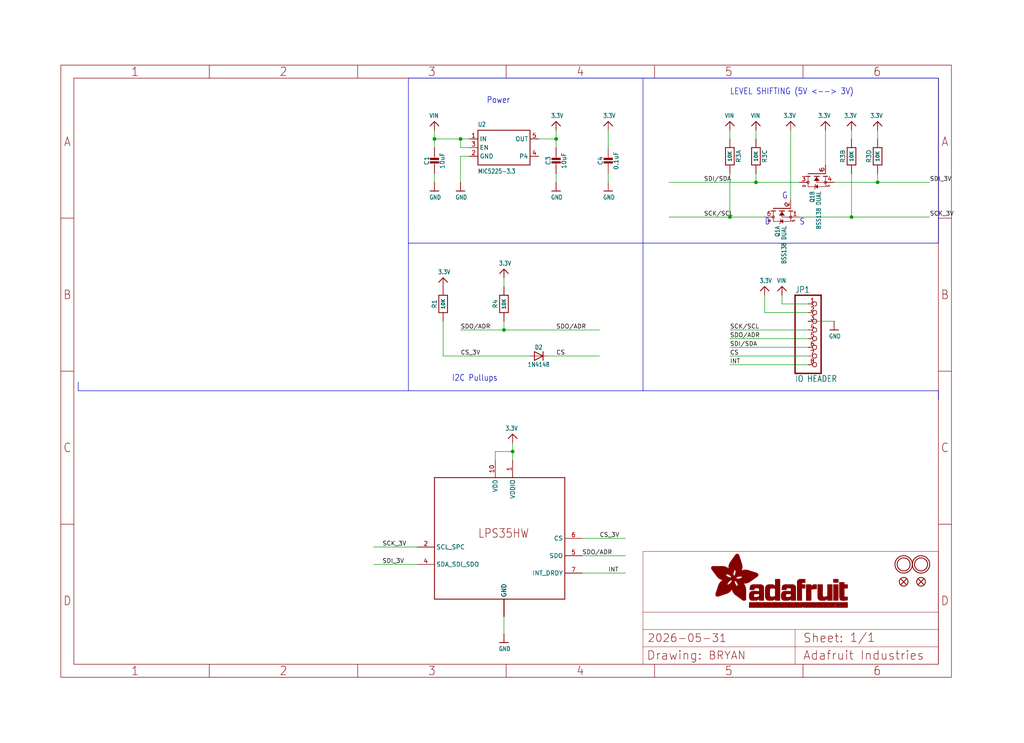
<source format=kicad_sch>
(kicad_sch (version 20230121) (generator eeschema)
  (paper "User" 299.339 217.322)
  (lib_symbols
    (symbol "working-eagle-import:3.3V" (power)
      (property "Value" "3.3V" (at -1.524 1.016 0))
      (symbol "3.3V_1_0"
        (pin power_in line (at 0 -2.54 90) (length 2.54) (name "3.3V") (number "1"))
      )
    )
    (symbol "working-eagle-import:CAP_CERAMIC0603_NO"
      (property "Reference" "C" (at -2.29 1.25 90))
      (symbol "CAP_CERAMIC0603_NO_1_0"
        (pin passive line (at 0 5.08 270) (length 2.54) (name "1") (number "1"))
        (pin passive line (at 0 -2.54 90) (length 2.54) (name "2") (number "2"))
      )
    )
    (symbol "working-eagle-import:CAP_CERAMIC0805-NOOUTLINE"
      (property "Reference" "C" (at -2.29 1.25 90))
      (symbol "CAP_CERAMIC0805-NOOUTLINE_1_0"
        (pin passive line (at 0 5.08 270) (length 2.54) (name "1") (number "1"))
        (pin passive line (at 0 -2.54 90) (length 2.54) (name "2") (number "2"))
      )
    )
    (symbol "working-eagle-import:DIODESOD-323"
      (property "Reference" "D" (at 0 2.54 0))
      (symbol "DIODESOD-323_1_0"
        (pin passive line (at -2.54 0 0) (length 2.54) (name "A") (number "A"))
        (pin passive line (at 2.54 0 180) (length 2.54) (name "C") (number "C"))
      )
    )
    (symbol "working-eagle-import:FIDUCIAL_1MM")
    (symbol "working-eagle-import:FRAME_A4_ADAFRUIT"
      (symbol "FRAME_A4_ADAFRUIT_1_0"
        (text "${#}/${##}" (at 230.505 10.16 0) (effects (font (size 2.54 2.54)) (justify left bottom)))
        (text "${AUTHOR}" (at 189.23 5.08 0) (effects (font (size 2.286 2.286)) (justify left bottom)))
        (text "${CURRENT_DATE}" (at 171.45 10.16 0) (effects (font (size 2.286 2.286)) (justify left bottom)))
        (text "${PROJECTNAME}" (at 171.45 15.24 0) (effects (font (size 2.54 2.54)) (justify left bottom)))
        (text "1" (at 21.6958 1.905 0) (effects (font (size 2.54 2.286))))
        (text "1" (at 21.6958 177.165 0) (effects (font (size 2.54 2.286))))
        (text "2" (at 65.0875 1.905 0) (effects (font (size 2.54 2.286))))
        (text "2" (at 65.0875 177.165 0) (effects (font (size 2.54 2.286))))
        (text "3" (at 108.4792 1.905 0) (effects (font (size 2.54 2.286))))
        (text "3" (at 108.4792 177.165 0) (effects (font (size 2.54 2.286))))
        (text "4" (at 151.8708 1.905 0) (effects (font (size 2.54 2.286))))
        (text "4" (at 151.8708 177.165 0) (effects (font (size 2.54 2.286))))
        (text "5" (at 195.2625 1.905 0) (effects (font (size 2.54 2.286))))
        (text "5" (at 195.2625 177.165 0) (effects (font (size 2.54 2.286))))
        (text "6" (at 238.6542 1.905 0) (effects (font (size 2.54 2.286))))
        (text "6" (at 238.6542 177.165 0) (effects (font (size 2.54 2.286))))
        (text "A" (at 1.905 156.6863 0) (effects (font (size 2.54 2.286))))
        (text "A" (at 258.445 156.6863 0) (effects (font (size 2.54 2.286))))
        (text "Adafruit Industries" (at 216.916 4.953 0) (effects (font (size 2.54 2.54)) (justify left bottom)))
        (text "B" (at 1.905 111.9188 0) (effects (font (size 2.54 2.286))))
        (text "B" (at 258.445 111.9188 0) (effects (font (size 2.54 2.286))))
        (text "C" (at 1.905 67.1513 0) (effects (font (size 2.54 2.286))))
        (text "C" (at 258.445 67.1513 0) (effects (font (size 2.54 2.286))))
        (text "D" (at 1.905 22.3838 0) (effects (font (size 2.54 2.286))))
        (text "D" (at 258.445 22.3838 0) (effects (font (size 2.54 2.286))))
        (text "Drawing:" (at 171.196 4.953 0) (effects (font (size 2.54 2.54)) (justify left bottom)))
        (text "Sheet:" (at 216.916 10.033 0) (effects (font (size 2.54 2.54)) (justify left bottom)))
      )
    )
    (symbol "working-eagle-import:GND" (power)
      (property "Value" "GND" (at -1.524 -2.54 0))
      (symbol "GND_1_0"
        (pin power_in line (at 0 2.54 270) (length 2.54) (name "GND") (number "1"))
      )
    )
    (symbol "working-eagle-import:HEADER-1X8ROUND"
      (property "Reference" "JP" (at -6.35 13.335 0))
      (symbol "HEADER-1X8ROUND_1_0"
        (pin passive inverted (at -2.54 10.16 0) (length 2.54) (name "1") (number "1"))
        (pin passive inverted (at -2.54 7.62 0) (length 2.54) (name "2") (number "2"))
        (pin passive inverted (at -2.54 5.08 0) (length 2.54) (name "3") (number "3"))
        (pin passive inverted (at -2.54 2.54 0) (length 2.54) (name "4") (number "4"))
        (pin passive inverted (at -2.54 0 0) (length 2.54) (name "5") (number "5"))
        (pin passive inverted (at -2.54 -2.54 0) (length 2.54) (name "6") (number "6"))
        (pin passive inverted (at -2.54 -5.08 0) (length 2.54) (name "7") (number "7"))
        (pin passive inverted (at -2.54 -7.62 0) (length 2.54) (name "8") (number "8"))
      )
    )
    (symbol "working-eagle-import:LPS35HWLPS35HW"
      (symbol "LPS35HWLPS35HW_1_0"
        (text "LPS35HW" (at -7.62 -2.54 0) (effects (font (size 2.54 2.159)) (justify left bottom)))
        (pin power_in line (at 2.54 20.32 270) (length 5.08) (name "VDDIO") (number "1"))
        (pin power_in line (at -2.54 20.32 270) (length 5.08) (name "VDD") (number "10"))
        (pin input line (at -25.4 -5.08 0) (length 5.08) (name "SCL_SPC") (number "2"))
        (pin power_in line (at 0 -25.4 90) (length 5.08) (name "GND") (number "3"))
        (pin bidirectional line (at -25.4 -10.16 0) (length 5.08) (name "SDA_SDI_SDO") (number "4"))
        (pin bidirectional line (at 22.86 -7.62 180) (length 5.08) (name "SDO") (number "5"))
        (pin bidirectional line (at 22.86 -2.54 180) (length 5.08) (name "CS") (number "6"))
        (pin output line (at 22.86 -12.7 180) (length 5.08) (name "INT_DRDY") (number "7"))
        (pin power_in line (at 0 -25.4 90) (length 5.08) (name "GND") (number "8"))
        (pin power_in line (at 0 -25.4 90) (length 5.08) (name "GND") (number "9"))
      )
    )
    (symbol "working-eagle-import:MOSFET-N_DUAL"
      (property "Reference" "Q" (at 5.08 0.635 0))
      (symbol "MOSFET-N_DUAL_1_0"
        (text "D" (at 3.175 3.175 0) (effects (font (size 0.8128 0.6908)) (justify left bottom)))
        (text "G" (at -1.27 -1.905 0) (effects (font (size 0.8128 0.6908)) (justify left bottom)))
        (text "S" (at 3.175 -3.81 0) (effects (font (size 0.8128 0.6908)) (justify left bottom)))
        (pin bidirectional line (at 2.54 -5.08 90) (length 2.54) (name "S") (number "1"))
        (pin bidirectional line (at -2.54 -2.54 0) (length 2.54) (name "G") (number "2"))
        (pin bidirectional line (at 2.54 5.08 270) (length 2.54) (name "D") (number "6"))
      )
      (symbol "MOSFET-N_DUAL_2_0"
        (text "D" (at 3.175 3.175 0) (effects (font (size 0.8128 0.6908)) (justify left bottom)))
        (text "G" (at -1.27 -1.905 0) (effects (font (size 0.8128 0.6908)) (justify left bottom)))
        (text "S" (at 3.175 -3.81 0) (effects (font (size 0.8128 0.6908)) (justify left bottom)))
        (pin bidirectional line (at 2.54 5.08 270) (length 2.54) (name "D") (number "3"))
        (pin bidirectional line (at 2.54 -5.08 90) (length 2.54) (name "S") (number "4"))
        (pin bidirectional line (at -2.54 -2.54 0) (length 2.54) (name "G") (number "5"))
      )
    )
    (symbol "working-eagle-import:MOUNTINGHOLE2.0")
    (symbol "working-eagle-import:RESISTOR_0603_NOOUT"
      (property "Reference" "R" (at 0 2.54 0))
      (symbol "RESISTOR_0603_NOOUT_1_0"
        (pin passive line (at -5.08 0 0) (length 2.54) (name "1") (number "1"))
        (pin passive line (at 5.08 0 180) (length 2.54) (name "2") (number "2"))
      )
    )
    (symbol "working-eagle-import:RESISTOR_4PACK"
      (property "Reference" "R" (at 0 2.54 0))
      (symbol "RESISTOR_4PACK_1_0"
        (pin passive line (at -5.08 0 0) (length 2.54) (name "1") (number "1"))
        (pin passive line (at 5.08 0 180) (length 2.54) (name "2") (number "8"))
      )
      (symbol "RESISTOR_4PACK_2_0"
        (pin passive line (at -5.08 0 0) (length 2.54) (name "1") (number "2"))
        (pin passive line (at 5.08 0 180) (length 2.54) (name "2") (number "7"))
      )
      (symbol "RESISTOR_4PACK_3_0"
        (pin passive line (at -5.08 0 0) (length 2.54) (name "1") (number "3"))
        (pin passive line (at 5.08 0 180) (length 2.54) (name "2") (number "6"))
      )
      (symbol "RESISTOR_4PACK_4_0"
        (pin passive line (at -5.08 0 0) (length 2.54) (name "1") (number "4"))
        (pin passive line (at 5.08 0 180) (length 2.54) (name "2") (number "5"))
      )
    )
    (symbol "working-eagle-import:VIN" (power)
      (property "Value" "VIN" (at -1.524 1.016 0))
      (symbol "VIN_1_0"
        (pin power_in line (at 0 -2.54 90) (length 2.54) (name "VIN") (number "1"))
      )
    )
    (symbol "working-eagle-import:VREG_SOT23-5"
      (property "Reference" "U" (at -7.62 6.096 0))
      (symbol "VREG_SOT23-5_1_0"
        (pin power_in line (at -10.16 2.54 0) (length 2.54) (name "IN") (number "1"))
        (pin power_in line (at -10.16 -2.54 0) (length 2.54) (name "GND") (number "2"))
        (pin input line (at -10.16 0 0) (length 2.54) (name "EN") (number "3"))
        (pin bidirectional line (at 10.16 -2.54 180) (length 2.54) (name "P4") (number "4"))
        (pin power_in line (at 10.16 2.54 180) (length 2.54) (name "OUT") (number "5"))
      )
    )
  )
  (junction (at 213.36 63.5))
  (junction (at 220.98 53.34))
  (junction (at 127 40.64))
  (junction (at 149.86 132.08))
  (junction (at 134.62 40.64))
  (junction (at 256.54 53.34))
  (junction (at 248.92 63.5))
  (junction (at 147.32 96.52))
  (junction (at 162.56 40.64))
  (wire (pts (xy 170.18 157.48) (xy 182.88 157.48)) (stroke (width 0.1524)))
  (wire (pts (xy 157.48 40.64) (xy 162.56 40.64)) (stroke (width 0.1524)))
  (wire (pts (xy 162.56 40.64) (xy 162.56 38.1)) (stroke (width 0.1524)))
  (polyline (pts (xy 274.32 114.3) (xy 187.96 114.3)) (stroke (width 0.1524) (type solid)))
  (wire (pts (xy 236.22 104.14) (xy 213.36 104.14)) (stroke (width 0.1524)))
  (wire (pts (xy 134.62 40.64) (xy 127 40.64)) (stroke (width 0.1524)))
  (wire (pts (xy 233.68 63.5) (xy 248.92 63.5)) (stroke (width 0.1524)))
  (wire (pts (xy 147.32 81.28) (xy 147.32 83.82)) (stroke (width 0.1524)))
  (polyline (pts (xy 119.38 71.12) (xy 119.38 114.3)) (stroke (width 0.1524) (type solid)))
  (wire (pts (xy 256.54 50.8) (xy 256.54 53.34)) (stroke (width 0.1524)))
  (wire (pts (xy 177.8 43.18) (xy 177.8 38.1)) (stroke (width 0.1524)))
  (wire (pts (xy 248.92 40.64) (xy 248.92 38.1)) (stroke (width 0.1524)))
  (wire (pts (xy 134.62 43.18) (xy 134.62 40.64)) (stroke (width 0.1524)))
  (wire (pts (xy 213.36 63.5) (xy 195.58 63.5)) (stroke (width 0.1524)))
  (wire (pts (xy 231.14 58.42) (xy 231.14 38.1)) (stroke (width 0.1524)))
  (wire (pts (xy 248.92 63.5) (xy 271.78 63.5)) (stroke (width 0.1524)))
  (wire (pts (xy 220.98 53.34) (xy 195.58 53.34)) (stroke (width 0.1524)))
  (wire (pts (xy 233.68 53.34) (xy 220.98 53.34)) (stroke (width 0.1524)))
  (wire (pts (xy 236.22 88.9) (xy 228.6 88.9)) (stroke (width 0.1524)))
  (wire (pts (xy 162.56 40.64) (xy 162.56 43.18)) (stroke (width 0.1524)))
  (polyline (pts (xy 119.38 66.04) (xy 119.38 22.86)) (stroke (width 0.1524) (type solid)))
  (polyline (pts (xy 274.32 22.86) (xy 274.32 71.12)) (stroke (width 0.1524) (type solid)))
  (wire (pts (xy 236.22 101.6) (xy 213.36 101.6)) (stroke (width 0.1524)))
  (wire (pts (xy 243.84 53.34) (xy 256.54 53.34)) (stroke (width 0.1524)))
  (wire (pts (xy 162.56 50.8) (xy 162.56 53.34)) (stroke (width 0.1524)))
  (wire (pts (xy 144.78 132.08) (xy 149.86 132.08)) (stroke (width 0.1524)))
  (wire (pts (xy 137.16 43.18) (xy 134.62 43.18)) (stroke (width 0.1524)))
  (wire (pts (xy 144.78 134.62) (xy 144.78 132.08)) (stroke (width 0.1524)))
  (wire (pts (xy 223.52 91.44) (xy 223.52 86.36)) (stroke (width 0.1524)))
  (wire (pts (xy 121.92 160.02) (xy 109.22 160.02)) (stroke (width 0.1524)))
  (polyline (pts (xy 119.38 114.3) (xy 22.86 114.3)) (stroke (width 0.1524) (type solid)))
  (wire (pts (xy 236.22 99.06) (xy 213.36 99.06)) (stroke (width 0.1524)))
  (wire (pts (xy 129.54 104.14) (xy 129.54 93.98)) (stroke (width 0.1524)))
  (wire (pts (xy 127 40.64) (xy 127 38.1)) (stroke (width 0.1524)))
  (wire (pts (xy 154.94 104.14) (xy 129.54 104.14)) (stroke (width 0.1524)))
  (wire (pts (xy 220.98 50.8) (xy 220.98 53.34)) (stroke (width 0.1524)))
  (wire (pts (xy 213.36 50.8) (xy 213.36 63.5)) (stroke (width 0.1524)))
  (wire (pts (xy 177.8 50.8) (xy 177.8 53.34)) (stroke (width 0.1524)))
  (wire (pts (xy 220.98 40.64) (xy 220.98 38.1)) (stroke (width 0.1524)))
  (polyline (pts (xy 187.96 114.3) (xy 187.96 66.04)) (stroke (width 0.1524) (type solid)))
  (polyline (pts (xy 187.96 114.3) (xy 119.38 114.3)) (stroke (width 0.1524) (type solid)))
  (wire (pts (xy 134.62 45.72) (xy 134.62 53.34)) (stroke (width 0.1524)))
  (polyline (pts (xy 274.32 71.12) (xy 119.38 71.12)) (stroke (width 0.1524) (type solid)))
  (wire (pts (xy 236.22 93.98) (xy 243.84 93.98)) (stroke (width 0.1524)))
  (wire (pts (xy 236.22 96.52) (xy 213.36 96.52)) (stroke (width 0.1524)))
  (wire (pts (xy 121.92 165.1) (xy 109.22 165.1)) (stroke (width 0.1524)))
  (wire (pts (xy 256.54 53.34) (xy 271.78 53.34)) (stroke (width 0.1524)))
  (wire (pts (xy 236.22 106.68) (xy 213.36 106.68)) (stroke (width 0.1524)))
  (wire (pts (xy 236.22 91.44) (xy 223.52 91.44)) (stroke (width 0.1524)))
  (wire (pts (xy 147.32 180.34) (xy 147.32 185.42)) (stroke (width 0.1524)))
  (wire (pts (xy 149.86 134.62) (xy 149.86 132.08)) (stroke (width 0.1524)))
  (wire (pts (xy 127 50.8) (xy 127 53.34)) (stroke (width 0.1524)))
  (wire (pts (xy 137.16 40.64) (xy 134.62 40.64)) (stroke (width 0.1524)))
  (polyline (pts (xy 187.96 66.04) (xy 187.96 22.86)) (stroke (width 0.1524) (type solid)))
  (wire (pts (xy 147.32 96.52) (xy 134.62 96.52)) (stroke (width 0.1524)))
  (polyline (pts (xy 274.32 116.84) (xy 274.32 114.3)) (stroke (width 0.1524) (type solid)))
  (wire (pts (xy 223.52 63.5) (xy 213.36 63.5)) (stroke (width 0.1524)))
  (wire (pts (xy 147.32 96.52) (xy 175.26 96.52)) (stroke (width 0.1524)))
  (polyline (pts (xy 119.38 22.86) (xy 274.32 22.86)) (stroke (width 0.1524) (type solid)))
  (wire (pts (xy 170.18 167.64) (xy 182.88 167.64)) (stroke (width 0.1524)))
  (wire (pts (xy 127 40.64) (xy 127 43.18)) (stroke (width 0.1524)))
  (wire (pts (xy 248.92 50.8) (xy 248.92 63.5)) (stroke (width 0.1524)))
  (polyline (pts (xy 22.86 114.3) (xy 22.86 111.76)) (stroke (width 0.1524) (type solid)))
  (wire (pts (xy 147.32 93.98) (xy 147.32 96.52)) (stroke (width 0.1524)))
  (wire (pts (xy 228.6 88.9) (xy 228.6 86.36)) (stroke (width 0.1524)))
  (wire (pts (xy 170.18 162.56) (xy 182.88 162.56)) (stroke (width 0.1524)))
  (wire (pts (xy 160.02 104.14) (xy 175.26 104.14)) (stroke (width 0.1524)))
  (wire (pts (xy 241.3 48.26) (xy 241.3 38.1)) (stroke (width 0.1524)))
  (wire (pts (xy 213.36 38.1) (xy 213.36 40.64)) (stroke (width 0.1524)))
  (wire (pts (xy 149.86 132.08) (xy 149.86 129.54)) (stroke (width 0.1524)))
  (polyline (pts (xy 119.38 66.04) (xy 119.38 71.12)) (stroke (width 0.1524) (type solid)))
  (wire (pts (xy 137.16 45.72) (xy 134.62 45.72)) (stroke (width 0.1524)))
  (wire (pts (xy 256.54 40.64) (xy 256.54 38.1)) (stroke (width 0.1524)))
  (text "I2C Pullups" (at 132.08 111.76 0) (effects (font (size 1.778 1.5113)) (justify left bottom)))
  (text "S" (at 233.68 66.04 0) (effects (font (size 1.778 1.5113)) (justify left bottom)))
  (text "G" (at 228.6 58.42 0) (effects (font (size 1.778 1.5113)) (justify left bottom)))
  (text "Power" (at 142.24 30.48 0) (effects (font (size 1.778 1.5113)) (justify left bottom)))
  (text "LEVEL SHIFTING (5V <--> 3V)" (at 213.36 27.94 0) (effects (font (size 1.778 1.5113)) (justify left bottom)))
  (text "D" (at 223.52 66.04 0) (effects (font (size 1.778 1.5113)) (justify left bottom)))
  (label "CS" (at 162.56 104.14 0) (effects (font (size 1.2446 1.2446))))
  (label "SDI_3V" (at 111.76 165.1 0) (effects (font (size 1.2446 1.2446))))
  (label "SCK_3V" (at 111.76 160.02 0) (effects (font (size 1.2446 1.2446))))
  (label "CS_3V" (at 175.26 157.48 0) (effects (font (size 1.2446 1.2446))))
  (label "SCK_3V" (at 271.78 63.5 0) (effects (font (size 1.2446 1.2446))))
  (label "SDO/ADR" (at 162.56 96.52 0) (effects (font (size 1.2446 1.2446))))
  (label "SCK/SCL" (at 213.36 96.52 0) (effects (font (size 1.2446 1.2446))))
  (label "SDO/ADR" (at 213.36 99.06 0) (effects (font (size 1.2446 1.2446))))
  (label "CS_3V" (at 134.62 104.14 0) (effects (font (size 1.2446 1.2446))))
  (label "CS" (at 213.36 104.14 0) (effects (font (size 1.2446 1.2446))))
  (label "INT" (at 177.8 167.64 0) (effects (font (size 1.2446 1.2446))))
  (label "SDI_3V" (at 271.78 53.34 0) (effects (font (size 1.2446 1.2446))))
  (label "SCK/SCL" (at 205.74 63.5 0) (effects (font (size 1.2446 1.2446))))
  (label "SDI/SDA" (at 205.74 53.34 0) (effects (font (size 1.2446 1.2446))))
  (label "SDI/SDA" (at 213.36 101.6 0) (effects (font (size 1.2446 1.2446))))
  (label "SDO/ADR" (at 170.18 162.56 0) (effects (font (size 1.2446 1.2446))))
  (label "INT" (at 213.36 106.68 0) (effects (font (size 1.2446 1.2446))))
  (label "SDO/ADR" (at 134.62 96.52 0) (effects (font (size 1.2446 1.2446))))
  (symbol (lib_id "working-eagle-import:RESISTOR_4PACK") (at 248.92 45.72 90) (mirror x) (unit 2)
    (property "Reference" "R3" (at 246.38 45.72 0))
    (property "Value" "10K" (at 248.92 45.72 0) (effects (font (size 1.016 1.016) bold)))
    (property "Footprint" "working:RESPACK_4X0603" (effects hide))
  )
  (symbol (lib_id "working-eagle-import:MOUNTINGHOLE2.0") (at 264.16 165.1 0) (unit 1)
    (property "Reference" "U$8" (effects hide))
    (property "Value" "MOUNTINGHOLE2.0" (effects hide))
    (property "Footprint" "working:MOUNTINGHOLE_2.0_PLATED" (effects hide))
  )
  (symbol (lib_id "working-eagle-import:CAP_CERAMIC0603_NO") (at 177.8 48.26 0) (unit 1)
    (property "Reference" "C4" (at 175.51 47.01 90))
    (property "Value" "0.1uF" (at 180.1 47.01 90))
    (property "Footprint" "working:0603-NO" (effects hide))
  )
  (symbol (lib_id "working-eagle-import:3.3V") (at 162.56 35.56 0) (unit 1)
    (property "Reference" "#U$17" (effects hide))
    (property "Value" "3.3V" (at 161.036 34.544 0) (effects (font (size 1.27 1.0795)) (justify left bottom)))
  )
  (symbol (lib_id "working-eagle-import:VIN") (at 127 35.56 0) (unit 1)
    (property "Reference" "#U$11" (effects hide))
    (property "Value" "VIN" (at 125.476 34.544 0) (effects (font (size 1.27 1.0795)) (justify left bottom)))
  )
  (symbol (lib_id "working-eagle-import:CAP_CERAMIC0805-NOOUTLINE") (at 162.56 48.26 0) (unit 1)
    (property "Reference" "C3" (at 160.27 47.01 90))
    (property "Value" "10uF" (at 164.86 47.01 90))
    (property "Footprint" "working:0805-NO" (effects hide))
  )
  (symbol (lib_id "working-eagle-import:3.3V") (at 177.8 35.56 0) (unit 1)
    (property "Reference" "#U$23" (effects hide))
    (property "Value" "3.3V" (at 176.276 34.544 0) (effects (font (size 1.27 1.0795)) (justify left bottom)))
  )
  (symbol (lib_id "working-eagle-import:3.3V") (at 149.86 127 0) (mirror y) (unit 1)
    (property "Reference" "#U$12" (effects hide))
    (property "Value" "3.3V" (at 151.384 125.984 0) (effects (font (size 1.27 1.0795)) (justify left bottom)))
  )
  (symbol (lib_id "working-eagle-import:3.3V") (at 256.54 35.56 0) (mirror y) (unit 1)
    (property "Reference" "#U$21" (effects hide))
    (property "Value" "3.3V" (at 258.064 34.544 0) (effects (font (size 1.27 1.0795)) (justify left bottom)))
  )
  (symbol (lib_id "working-eagle-import:GND") (at 147.32 187.96 0) (unit 1)
    (property "Reference" "#U$19" (effects hide))
    (property "Value" "GND" (at 145.796 190.5 0) (effects (font (size 1.27 1.0795)) (justify left bottom)))
  )
  (symbol (lib_id "working-eagle-import:DIODESOD-323") (at 157.48 104.14 0) (unit 1)
    (property "Reference" "D2" (at 157.48 101.6 0) (effects (font (size 1.27 1.0795))))
    (property "Value" "1N4148" (at 157.48 106.64 0) (effects (font (size 1.27 1.0795))))
    (property "Footprint" "working:SOD-323" (effects hide))
  )
  (symbol (lib_id "working-eagle-import:RESISTOR_4PACK") (at 213.36 45.72 270) (unit 1)
    (property "Reference" "R3" (at 215.9 45.72 0))
    (property "Value" "10K" (at 213.36 45.72 0) (effects (font (size 1.016 1.016) bold)))
    (property "Footprint" "working:RESPACK_4X0603" (effects hide))
  )
  (symbol (lib_id "working-eagle-import:3.3V") (at 241.3 35.56 0) (mirror y) (unit 1)
    (property "Reference" "#U$27" (effects hide))
    (property "Value" "3.3V" (at 242.824 34.544 0) (effects (font (size 1.27 1.0795)) (justify left bottom)))
  )
  (symbol (lib_id "working-eagle-import:GND") (at 134.62 55.88 0) (unit 1)
    (property "Reference" "#U$14" (effects hide))
    (property "Value" "GND" (at 133.096 58.42 0) (effects (font (size 1.27 1.0795)) (justify left bottom)))
  )
  (symbol (lib_id "working-eagle-import:RESISTOR_0603_NOOUT") (at 147.32 88.9 90) (unit 1)
    (property "Reference" "R4" (at 144.78 88.9 0))
    (property "Value" "10K" (at 147.32 88.9 0) (effects (font (size 1.016 1.016) bold)))
    (property "Footprint" "working:0603-NO" (effects hide))
  )
  (symbol (lib_id "working-eagle-import:3.3V") (at 248.92 35.56 0) (mirror y) (unit 1)
    (property "Reference" "#U$24" (effects hide))
    (property "Value" "3.3V" (at 250.444 34.544 0) (effects (font (size 1.27 1.0795)) (justify left bottom)))
  )
  (symbol (lib_id "working-eagle-import:VIN") (at 228.6 83.82 0) (unit 1)
    (property "Reference" "#U$9" (effects hide))
    (property "Value" "VIN" (at 227.076 82.804 0) (effects (font (size 1.27 1.0795)) (justify left bottom)))
  )
  (symbol (lib_id "working-eagle-import:3.3V") (at 231.14 35.56 0) (mirror y) (unit 1)
    (property "Reference" "#U$26" (effects hide))
    (property "Value" "3.3V" (at 232.664 34.544 0) (effects (font (size 1.27 1.0795)) (justify left bottom)))
  )
  (symbol (lib_id "working-eagle-import:GND") (at 162.56 55.88 0) (unit 1)
    (property "Reference" "#U$16" (effects hide))
    (property "Value" "GND" (at 161.036 58.42 0) (effects (font (size 1.27 1.0795)) (justify left bottom)))
  )
  (symbol (lib_id "working-eagle-import:FRAME_A4_ADAFRUIT") (at 17.78 198.12 0) (unit 1)
    (property "Reference" "#U$1" (effects hide))
    (property "Value" "FRAME_A4_ADAFRUIT" (effects hide))
    (property "AUTHOR" "BRYAN" (effects hide))
  )
  (symbol (lib_id "working-eagle-import:3.3V") (at 129.54 81.28 0) (unit 1)
    (property "Reference" "#U$18" (effects hide))
    (property "Value" "3.3V" (at 128.016 80.264 0) (effects (font (size 1.27 1.0795)) (justify left bottom)))
  )
  (symbol (lib_id "working-eagle-import:GND") (at 243.84 96.52 0) (unit 1)
    (property "Reference" "#U$4" (effects hide))
    (property "Value" "GND" (at 242.316 99.06 0) (effects (font (size 1.27 1.0795)) (justify left bottom)))
  )
  (symbol (lib_id "working-eagle-import:FIDUCIAL_1MM") (at 269.24 170.18 0) (unit 1)
    (property "Reference" "U$15" (effects hide))
    (property "Value" "FIDUCIAL_1MM" (effects hide))
    (property "Footprint" "working:FIDUCIAL_1MM" (effects hide))
  )
  (symbol (lib_id "working-eagle-import:LPS35HWLPS35HW") (at 147.32 154.94 0) (unit 1)
    (property "Reference" "U$3" (effects hide))
    (property "Value" "LPS35HWLPS35HW" (effects hide))
    (property "Footprint" "working:CCLGA10L" (effects hide))
  )
  (symbol (lib_id "working-eagle-import:HEADER-1X8ROUND") (at 238.76 99.06 0) (unit 1)
    (property "Reference" "JP1" (at 232.41 85.725 0) (effects (font (size 1.778 1.5113)) (justify left bottom)))
    (property "Value" "IO HEADER" (at 232.41 111.76 0) (effects (font (size 1.778 1.5113)) (justify left bottom)))
    (property "Footprint" "working:1X08_ROUND" (effects hide))
  )
  (symbol (lib_id "working-eagle-import:GND") (at 177.8 55.88 0) (unit 1)
    (property "Reference" "#U$22" (effects hide))
    (property "Value" "GND" (at 176.276 58.42 0) (effects (font (size 1.27 1.0795)) (justify left bottom)))
  )
  (symbol (lib_id "working-eagle-import:RESISTOR_0603_NOOUT") (at 129.54 88.9 90) (unit 1)
    (property "Reference" "R1" (at 127 88.9 0))
    (property "Value" "10K" (at 129.54 88.9 0) (effects (font (size 1.016 1.016) bold)))
    (property "Footprint" "working:0603-NO" (effects hide))
  )
  (symbol (lib_id "working-eagle-import:VIN") (at 220.98 35.56 0) (unit 1)
    (property "Reference" "#U$28" (effects hide))
    (property "Value" "VIN" (at 219.456 34.544 0) (effects (font (size 1.27 1.0795)) (justify left bottom)))
  )
  (symbol (lib_id "working-eagle-import:3.3V") (at 223.52 83.82 0) (unit 1)
    (property "Reference" "#U$10" (effects hide))
    (property "Value" "3.3V" (at 221.996 82.804 0) (effects (font (size 1.27 1.0795)) (justify left bottom)))
  )
  (symbol (lib_id "working-eagle-import:GND") (at 127 55.88 0) (unit 1)
    (property "Reference" "#U$13" (effects hide))
    (property "Value" "GND" (at 125.476 58.42 0) (effects (font (size 1.27 1.0795)) (justify left bottom)))
  )
  (symbol (lib_id "working-eagle-import:MOSFET-N_DUAL") (at 228.6 60.96 90) (mirror x) (unit 1)
    (property "Reference" "Q1" (at 227.965 66.04 0) (effects (font (size 1.27 1.0795)) (justify left bottom)))
    (property "Value" "BSS138 DUAL" (at 229.87 66.04 0) (effects (font (size 1.27 1.0795)) (justify left bottom)))
    (property "Footprint" "working:SOT363" (effects hide))
  )
  (symbol (lib_id "working-eagle-import:CAP_CERAMIC0805-NOOUTLINE") (at 127 48.26 0) (unit 1)
    (property "Reference" "C1" (at 124.71 47.01 90))
    (property "Value" "10uF" (at 129.3 47.01 90))
    (property "Footprint" "working:0805-NO" (effects hide))
  )
  (symbol (lib_id "working-eagle-import:FIDUCIAL_1MM") (at 264.16 170.18 0) (unit 1)
    (property "Reference" "U$5" (effects hide))
    (property "Value" "FIDUCIAL_1MM" (effects hide))
    (property "Footprint" "working:FIDUCIAL_1MM" (effects hide))
  )
  (symbol (lib_id "working-eagle-import:RESISTOR_4PACK") (at 256.54 45.72 90) (mirror x) (unit 4)
    (property "Reference" "R3" (at 254 45.72 0))
    (property "Value" "10K" (at 256.54 45.72 0) (effects (font (size 1.016 1.016) bold)))
    (property "Footprint" "working:RESPACK_4X0603" (effects hide))
  )
  (symbol (lib_id "working-eagle-import:MOUNTINGHOLE2.0") (at 269.24 165.1 0) (unit 1)
    (property "Reference" "U$7" (effects hide))
    (property "Value" "MOUNTINGHOLE2.0" (effects hide))
    (property "Footprint" "working:MOUNTINGHOLE_2.0_PLATED" (effects hide))
  )
  (symbol (lib_id "working-eagle-import:VREG_SOT23-5") (at 147.32 43.18 0) (unit 1)
    (property "Reference" "U2" (at 139.7 37.084 0) (effects (font (size 1.27 1.0795)) (justify left bottom)))
    (property "Value" "MIC5225-3.3" (at 139.7 50.8 0) (effects (font (size 1.27 1.0795)) (justify left bottom)))
    (property "Footprint" "working:SOT23-5" (effects hide))
  )
  (symbol (lib_id "working-eagle-import:3.3V") (at 147.32 78.74 0) (unit 1)
    (property "Reference" "#U$25" (effects hide))
    (property "Value" "3.3V" (at 145.796 77.724 0) (effects (font (size 1.27 1.0795)) (justify left bottom)))
  )
  (symbol (lib_id "working-eagle-import:VIN") (at 213.36 35.56 0) (unit 1)
    (property "Reference" "#U$29" (effects hide))
    (property "Value" "VIN" (at 211.836 34.544 0) (effects (font (size 1.27 1.0795)) (justify left bottom)))
  )
  (symbol (lib_id "working-eagle-import:MOSFET-N_DUAL") (at 238.76 50.8 90) (mirror x) (unit 2)
    (property "Reference" "Q1" (at 238.125 55.88 0) (effects (font (size 1.27 1.0795)) (justify left bottom)))
    (property "Value" "BSS138 DUAL" (at 240.03 55.88 0) (effects (font (size 1.27 1.0795)) (justify left bottom)))
    (property "Footprint" "working:SOT363" (effects hide))
  )
  (symbol (lib_id "working-eagle-import:RESISTOR_4PACK") (at 220.98 45.72 270) (unit 3)
    (property "Reference" "R3" (at 223.52 45.72 0))
    (property "Value" "10K" (at 220.98 45.72 0) (effects (font (size 1.016 1.016) bold)))
    (property "Footprint" "working:RESPACK_4X0603" (effects hide))
  )
)
</source>
